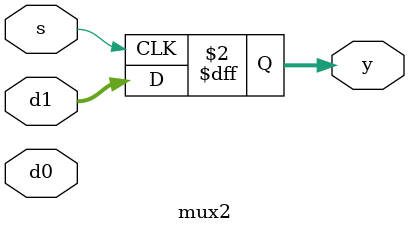
<source format=sv>
module mux2(input logic [3:0] d0, d1,
input logic s,
output logic [3:0] y);
always_ff @(posedge s)
 if (s) y <= d1;
 else y <= d0;
endmodule
</source>
